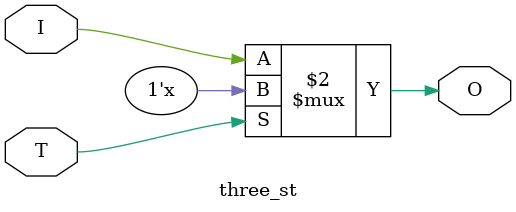
<source format=v>
module three_st (T, I, O);
input T, I;
output O;
assign O = (~T) ? I: 1'bZ;
endmodule

</source>
